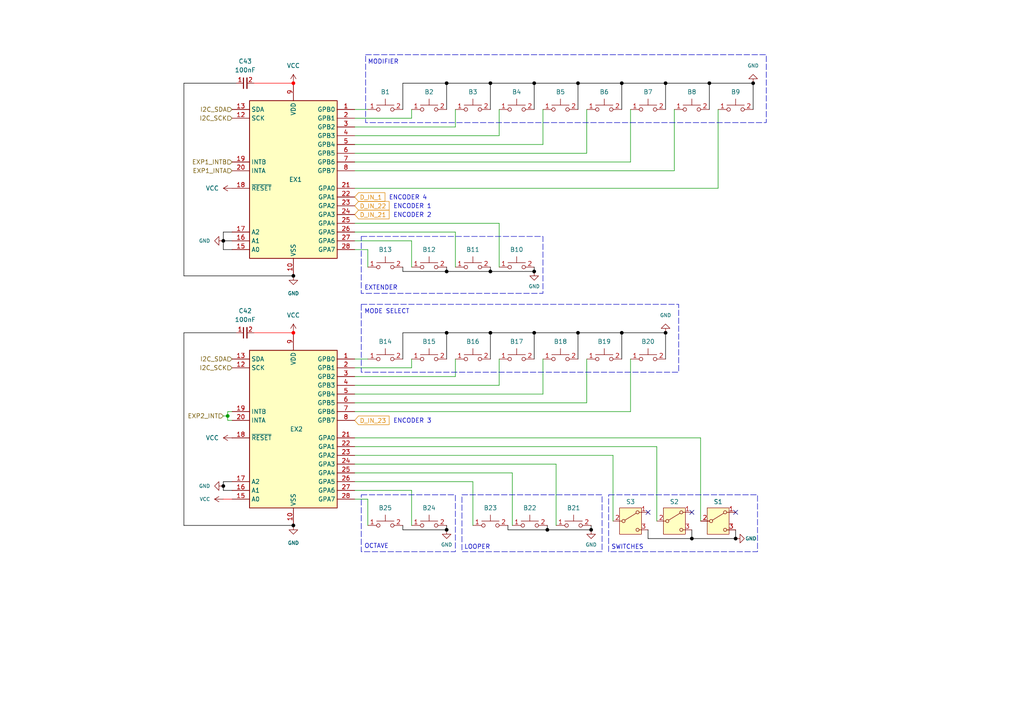
<source format=kicad_sch>
(kicad_sch (version 20250114) (generator "eeschema") (generator_version "9.0")
  (paper "A4")
  (lib_symbols
    (symbol "Symbols:Capacitor 0603"
      (property "Reference" "C" (at -3.048 0 90))
      (symbol "Capacitor 0603_0_1"
        (polyline (pts (xy -1.524 0.508) (xy 1.524 0.508)) (stroke (width 0.3048)))
        (polyline (pts (xy -1.524 -0.508) (xy 1.524 -0.508)) (stroke (width 0.3302)))
      )
      (symbol "Capacitor 0603_1_1"
        (pin passive line (at 0 2.54 270) (length 2.032) (name "~") (number "1"))
        (pin passive line (at 0 -2.54 90) (length 2.032) (name "~") (number "2"))
      )
    )
    (symbol "Symbols:GND" (power) (pin_numbers (hide yes)) (pin_names (hide yes))
      (property "Value" "GND" (at 0 -3.302 0))
      (symbol "GND_0_1"
        (polyline (pts (xy 0 0) (xy 0 -1.27) (xy 1.27 -1.27) (xy 0 -2.54) (xy -1.27 -1.27) (xy 0 -1.27)))
      )
      (symbol "GND_1_1"
        (pin power_in line (at 0 0 270) (length 0) (name "~") (number ""))
      )
    )
    (symbol "Symbols:MCP23017 Expander"
      (property "Reference" "U" (at 0 0 0))
      (symbol "MCP23017 Expander_0_1"
        (rectangle (start -12.7 22.86) (end 12.7 -22.86) (stroke (width 0.254)) (fill (type background)))
      )
      (symbol "MCP23017 Expander_1_1"
        (pin bidirectional line (at -17.78 20.32 0) (length 5.08) (name "SDA") (number "13"))
        (pin input line (at -17.78 17.78 0) (length 5.08) (name "SCK") (number "12"))
        (pin tri_state line (at -17.78 5.08 0) (length 5.08) (name "INTB") (number "19"))
        (pin tri_state line (at -17.78 2.54 0) (length 5.08) (name "INTA") (number "20"))
        (pin input line (at -17.78 -2.54 0) (length 5.08) (name "~{RESET}") (number "18"))
        (pin input line (at -17.78 -15.24 0) (length 5.08) (name "A2") (number "17"))
        (pin input line (at -17.78 -17.78 0) (length 5.08) (name "A1") (number "16"))
        (pin input line (at -17.78 -20.32 0) (length 5.08) (name "A0") (number "15"))
        (pin no_connect line (at -12.7 15.24 0) (length 5.08) (hide yes) (name "NC") (number "11"))
        (pin no_connect line (at -12.7 12.7 0) (length 5.08) (hide yes) (name "NC") (number "14"))
        (pin power_in line (at 0 27.94 270) (length 5.08) (name "VDD") (number "9"))
        (pin power_in line (at 0 -27.94 90) (length 5.08) (name "VSS") (number "10"))
        (pin bidirectional line (at 17.78 20.32 180) (length 5.08) (name "GPB0") (number "1"))
        (pin bidirectional line (at 17.78 17.78 180) (length 5.08) (name "GPB1") (number "2"))
        (pin bidirectional line (at 17.78 15.24 180) (length 5.08) (name "GPB2") (number "3"))
        (pin bidirectional line (at 17.78 12.7 180) (length 5.08) (name "GPB3") (number "4"))
        (pin bidirectional line (at 17.78 10.16 180) (length 5.08) (name "GPB4") (number "5"))
        (pin bidirectional line (at 17.78 7.62 180) (length 5.08) (name "GPB5") (number "6"))
        (pin bidirectional line (at 17.78 5.08 180) (length 5.08) (name "GPB6") (number "7"))
        (pin output line (at 17.78 2.54 180) (length 5.08) (name "GPB7") (number "8"))
        (pin bidirectional line (at 17.78 -2.54 180) (length 5.08) (name "GPA0") (number "21"))
        (pin bidirectional line (at 17.78 -5.08 180) (length 5.08) (name "GPA1") (number "22"))
        (pin bidirectional line (at 17.78 -7.62 180) (length 5.08) (name "GPA2") (number "23"))
        (pin bidirectional line (at 17.78 -10.16 180) (length 5.08) (name "GPA3") (number "24"))
        (pin bidirectional line (at 17.78 -12.7 180) (length 5.08) (name "GPA4") (number "25"))
        (pin bidirectional line (at 17.78 -15.24 180) (length 5.08) (name "GPA5") (number "26"))
        (pin bidirectional line (at 17.78 -17.78 180) (length 5.08) (name "GPA6") (number "27"))
        (pin output line (at 17.78 -20.32 180) (length 5.08) (name "GPA7") (number "28"))
      )
    )
    (symbol "Symbols:Push_Switch"
      (property "Reference" "B" (at 0 0 0))
      (symbol "Push_Switch_0_1"
        (circle (center -2.032 0) (radius 0.508))
        (polyline (pts (xy 0 1.27) (xy 0 3.048)))
        (circle (center 2.032 0) (radius 0.508))
        (polyline (pts (xy 2.54 1.27) (xy -2.54 1.27)))
      )
      (symbol "Push_Switch_1_1"
        (pin passive line (at -5.08 0 0) (length 2.54) (name "") (number "1"))
        (pin passive line (at 5.08 0 180) (length 2.54) (name "") (number "2"))
      )
    )
    (symbol "Symbols:Switch"
      (property "Reference" "S" (at 0 0 0))
      (symbol "Switch_0_1"
        (circle (center -2.032 0) (radius 0.4572))
        (polyline (pts (xy -1.651 0.254) (xy 1.651 2.286)))
        (circle (center 2.032 2.54) (radius 0.4572))
        (circle (center 2.032 -2.54) (radius 0.4572))
      )
      (symbol "Switch_1_1"
        (rectangle (start -3.175 3.81) (end 3.175 -3.81) (fill (type background)))
        (pin passive line (at -5.08 0 0) (length 2.54) (name "") (number "2"))
        (pin passive line (at 5.08 2.54 180) (length 2.54) (name "") (number "1"))
        (pin passive line (at 5.08 -2.54 180) (length 2.54) (name "") (number "3"))
      )
    )
    (symbol "Symbols:VCC" (power) (pin_numbers (hide yes)) (pin_names (hide yes))
      (property "Value" "VCC" (at 0 3.81 0))
      (symbol "VCC_0_1"
        (polyline (pts (xy -0.762 1.27) (xy 0 2.54)))
        (polyline (pts (xy 0 2.54) (xy 0.762 1.27)))
        (polyline (pts (xy 0 0) (xy 0 2.54)))
      )
      (symbol "VCC_1_1"
        (pin power_in line (at 0 0 90) (length 0) (name "~") (number ""))
      )
    )
    (symbol "power:VCC" (power) (pin_numbers (hide yes)) (pin_names (offset 0) (hide yes))
      (property "Value" "VCC" (at 0 3.556 0))
      (symbol "VCC_0_1"
        (polyline (pts (xy -0.762 1.27) (xy 0 2.54)))
        (polyline (pts (xy 0 2.54) (xy 0.762 1.27)))
        (polyline (pts (xy 0 0) (xy 0 2.54)))
      )
      (symbol "VCC_1_1"
        (pin power_in line (at 0 0 90) (length 0) (name "~") (number "1"))
      )
    )
  )
  (rectangle (start 176.53 143.51) (end 219.71 160.02) (stroke (width 0) (type dash)))
  (rectangle (start 106.045 15.875) (end 222.25 35.56) (stroke (width 0) (type dash)))
  (rectangle (start 104.775 68.58) (end 157.48 85.09) (stroke (width 0) (type dash)))
  (rectangle (start 133.985 143.51) (end 174.625 160.02) (stroke (width 0) (type dash)))
  (rectangle (start 104.775 143.51) (end 132.08 160.02) (stroke (width 0) (type dash)))
  (rectangle (start 104.775 88.265) (end 196.85 107.95) (stroke (width 0) (type dash)))
  (text "ENCODER 1" (at 114.046 59.944 0) (effects (font (size 1.27 1.27)) (justify left)))
  (text "LOOPER" (at 134.62 158.75 0) (effects (font (size 1.27 1.27)) (justify left)))
  (text "MODIFIER" (at 106.68 18.034 0) (effects (font (size 1.27 1.27)) (justify left)))
  (text "MODE SELECT" (at 105.664 90.424 0) (effects (font (size 1.27 1.27)) (justify left)))
  (text "ENCODER 4" (at 112.776 57.404 0) (effects (font (size 1.27 1.27)) (justify left)))
  (text "EXTENDER" (at 105.664 83.566 0) (effects (font (size 1.27 1.27)) (justify left)))
  (text "SWITCHES" (at 177.292 158.75 0) (effects (font (size 1.27 1.27)) (justify left)))
  (text "ENCODER 2" (at 114.046 62.484 0) (effects (font (size 1.27 1.27)) (justify left)))
  (text "ENCODER 3" (at 114.046 122.174 0) (effects (font (size 1.27 1.27)) (justify left)))
  (text "OCTAVE" (at 105.664 158.496 0) (effects (font (size 1.27 1.27)) (justify left)))
  (junction (at 154.94 24.13) (color 0 0 0 1))
  (junction (at 154.94 96.52) (color 0 0 0 1))
  (junction (at 167.64 96.52) (color 0 0 0 1))
  (junction (at 129.54 153.67) (color 0 0 0 1))
  (junction (at 85.09 152.4) (color 0 0 0 1))
  (junction (at 180.34 96.52) (color 0 0 0 1))
  (junction (at 142.24 78.74) (color 0 0 0 1))
  (junction (at 85.09 24.13) (color 255 0 0 1))
  (junction (at 142.24 96.52) (color 0 0 0 1))
  (junction (at 142.24 24.13) (color 0 0 0 1))
  (junction (at 218.44 24.13) (color 0 0 0 1))
  (junction (at 193.04 24.13) (color 0 0 0 1))
  (junction (at 167.64 24.13) (color 0 0 0 1))
  (junction (at 64.77 140.97) (color 0 0 0 1))
  (junction (at 205.74 24.13) (color 0 0 0 1))
  (junction (at 180.34 24.13) (color 0 0 0 1))
  (junction (at 129.54 96.52) (color 0 0 0 1))
  (junction (at 66.04 120.65))
  (junction (at 200.66 156.21) (color 0 0 0 1))
  (junction (at 154.94 78.74) (color 0 0 0 1))
  (junction (at 171.45 153.67) (color 0 0 0 1))
  (junction (at 85.09 80.01) (color 0 0 0 1))
  (junction (at 129.54 24.13) (color 0 0 0 1))
  (junction (at 193.04 96.52) (color 0 0 0 1))
  (junction (at 64.77 69.85) (color 0 0 0 1))
  (junction (at 85.09 96.52) (color 255 0 0 1))
  (junction (at 129.54 78.74) (color 0 0 0 1))
  (junction (at 213.36 156.21) (color 0 0 0 1))
  (junction (at 158.75 153.67) (color 0 0 0 1))
  (no_connect (at 213.36 148.59))
  (no_connect (at 200.66 148.59))
  (no_connect (at 187.96 148.59))
  (wire (pts (xy 102.87 49.53) (xy 195.58 49.53)))
  (wire (pts (xy 129.54 24.13) (xy 129.54 31.75)) (stroke (width 0) (color 0 0 0 1)))
  (wire (pts (xy 102.87 144.78) (xy 106.68 144.78)))
  (wire (pts (xy 64.77 140.97) (xy 64.77 142.24)) (stroke (width 0) (color 0 0 0 1)))
  (wire (pts (xy 116.84 152.4) (xy 116.84 153.67)) (stroke (width 0) (color 0 0 0 1)))
  (wire (pts (xy 102.87 109.22) (xy 132.08 109.22)))
  (wire (pts (xy 142.24 96.52) (xy 142.24 104.14)) (stroke (width 0) (color 0 0 0 1)))
  (wire (pts (xy 102.87 114.3) (xy 157.48 114.3)))
  (wire (pts (xy 208.28 54.61) (xy 208.28 31.75)))
  (wire (pts (xy 53.34 96.52) (xy 53.34 152.4)) (stroke (width 0) (color 0 0 0 1)))
  (wire (pts (xy 102.87 72.39) (xy 106.68 72.39)))
  (wire (pts (xy 205.74 24.13) (xy 205.74 31.75)) (stroke (width 0) (color 0 0 0 1)))
  (wire (pts (xy 193.04 96.52) (xy 193.04 104.14)) (stroke (width 0) (color 0 0 0 1)))
  (wire (pts (xy 102.87 34.29) (xy 119.38 34.29)))
  (wire (pts (xy 157.48 41.91) (xy 157.48 31.75)))
  (wire (pts (xy 167.64 96.52) (xy 180.34 96.52)) (stroke (width 0) (color 0 0 0 1)))
  (wire (pts (xy 144.78 64.77) (xy 144.78 77.47)))
  (wire (pts (xy 66.04 120.65) (xy 66.04 121.92)))
  (wire (pts (xy 106.68 72.39) (xy 106.68 77.47)))
  (wire (pts (xy 85.09 24.13) (xy 73.66 24.13)) (stroke (width 0) (color 255 0 0 1)))
  (wire (pts (xy 67.31 119.38) (xy 66.04 119.38)))
  (wire (pts (xy 116.84 24.13) (xy 129.54 24.13)) (stroke (width 0) (color 0 0 0 1)))
  (wire (pts (xy 203.2 127) (xy 203.2 151.13)))
  (wire (pts (xy 187.96 153.67) (xy 187.96 156.21)) (stroke (width 0) (color 0 0 0 1)))
  (wire (pts (xy 190.5 129.54) (xy 190.5 151.13)))
  (wire (pts (xy 64.77 67.31) (xy 64.77 69.85)) (stroke (width 0) (color 0 0 0 1)))
  (wire (pts (xy 154.94 77.47) (xy 154.94 78.74)) (stroke (width 0) (color 0 0 0 1)))
  (wire (pts (xy 171.45 152.4) (xy 171.45 153.67)) (stroke (width 0) (color 0 0 0 1)))
  (wire (pts (xy 68.58 96.52) (xy 53.34 96.52)) (stroke (width 0) (color 0 0 0 1)))
  (wire (pts (xy 132.08 67.31) (xy 132.08 77.47)))
  (wire (pts (xy 182.88 46.99) (xy 182.88 31.75)))
  (wire (pts (xy 64.77 144.78) (xy 67.31 144.78)) (stroke (width 0) (color 255 0 0 1)))
  (wire (pts (xy 182.88 119.38) (xy 182.88 104.14)))
  (wire (pts (xy 129.54 77.47) (xy 129.54 78.74)) (stroke (width 0) (color 0 0 0 1)))
  (wire (pts (xy 116.84 104.14) (xy 116.84 96.52)) (stroke (width 0) (color 0 0 0 1)))
  (wire (pts (xy 154.94 96.52) (xy 154.94 104.14)) (stroke (width 0) (color 0 0 0 1)))
  (wire (pts (xy 102.87 46.99) (xy 182.88 46.99)))
  (wire (pts (xy 64.77 69.85) (xy 64.77 72.39)) (stroke (width 0) (color 0 0 0 1)))
  (wire (pts (xy 154.94 24.13) (xy 154.94 31.75)) (stroke (width 0) (color 0 0 0 1)))
  (wire (pts (xy 66.04 119.38) (xy 66.04 120.65)))
  (wire (pts (xy 132.08 36.83) (xy 132.08 31.75)))
  (wire (pts (xy 53.34 24.13) (xy 53.34 80.01)) (stroke (width 0) (color 0 0 0 1)))
  (wire (pts (xy 200.66 153.67) (xy 200.66 156.21)) (stroke (width 0) (color 0 0 0 1)))
  (wire (pts (xy 218.44 24.13) (xy 218.44 31.75)) (stroke (width 0) (color 0 0 0 1)))
  (wire (pts (xy 64.77 67.31) (xy 67.31 67.31)) (stroke (width 0) (color 0 0 0 1)))
  (wire (pts (xy 116.84 77.47) (xy 116.84 78.74)) (stroke (width 0) (color 0 0 0 1)))
  (wire (pts (xy 119.38 34.29) (xy 119.38 31.75)))
  (wire (pts (xy 195.58 49.53) (xy 195.58 31.75)))
  (wire (pts (xy 64.77 69.85) (xy 67.31 69.85)) (stroke (width 0) (color 0 0 0 1)))
  (wire (pts (xy 154.94 78.74) (xy 142.24 78.74)) (stroke (width 0) (color 0 0 0 1)))
  (wire (pts (xy 106.68 144.78) (xy 106.68 152.4)))
  (wire (pts (xy 200.66 156.21) (xy 213.36 156.21)) (stroke (width 0) (color 0 0 0 1)))
  (wire (pts (xy 180.34 24.13) (xy 193.04 24.13)) (stroke (width 0) (color 0 0 0 1)))
  (wire (pts (xy 102.87 119.38) (xy 182.88 119.38)))
  (wire (pts (xy 53.34 80.01) (xy 85.09 80.01)) (stroke (width 0) (color 0 0 0 1)))
  (wire (pts (xy 142.24 24.13) (xy 142.24 31.75)) (stroke (width 0) (color 0 0 0 1)))
  (wire (pts (xy 157.48 114.3) (xy 157.48 104.14)))
  (wire (pts (xy 102.87 139.7) (xy 137.16 139.7)))
  (wire (pts (xy 147.32 152.4) (xy 147.32 153.67)) (stroke (width 0) (color 0 0 0 1)))
  (wire (pts (xy 158.75 153.67) (xy 147.32 153.67)) (stroke (width 0) (color 0 0 0 1)))
  (wire (pts (xy 129.54 24.13) (xy 142.24 24.13)) (stroke (width 0) (color 0 0 0 1)))
  (wire (pts (xy 142.24 78.74) (xy 129.54 78.74)) (stroke (width 0) (color 0 0 0 1)))
  (wire (pts (xy 205.74 24.13) (xy 218.44 24.13)) (stroke (width 0) (color 0 0 0 1)))
  (wire (pts (xy 102.87 111.76) (xy 144.78 111.76)))
  (wire (pts (xy 119.38 106.68) (xy 119.38 104.14)))
  (wire (pts (xy 53.34 152.4) (xy 85.09 152.4)) (stroke (width 0) (color 0 0 0 1)))
  (wire (pts (xy 102.87 132.08) (xy 177.8 132.08)))
  (wire (pts (xy 167.64 24.13) (xy 180.34 24.13)) (stroke (width 0) (color 0 0 0 1)))
  (wire (pts (xy 102.87 54.61) (xy 208.28 54.61)))
  (wire (pts (xy 64.77 142.24) (xy 67.31 142.24)) (stroke (width 0) (color 0 0 0 1)))
  (wire (pts (xy 116.84 78.74) (xy 129.54 78.74)) (stroke (width 0) (color 0 0 0 1)))
  (wire (pts (xy 158.75 152.4) (xy 158.75 153.67)) (stroke (width 0) (color 0 0 0 1)))
  (wire (pts (xy 177.8 132.08) (xy 177.8 151.13)))
  (wire (pts (xy 129.54 96.52) (xy 129.54 104.14)) (stroke (width 0) (color 0 0 0 1)))
  (wire (pts (xy 102.87 104.14) (xy 106.68 104.14)))
  (wire (pts (xy 102.87 67.31) (xy 132.08 67.31)))
  (wire (pts (xy 170.18 44.45) (xy 170.18 31.75)))
  (wire (pts (xy 180.34 96.52) (xy 193.04 96.52)) (stroke (width 0) (color 0 0 0 1)))
  (wire (pts (xy 129.54 153.67) (xy 116.84 153.67)) (stroke (width 0) (color 0 0 0 1)))
  (wire (pts (xy 66.04 121.92) (xy 67.31 121.92)))
  (wire (pts (xy 67.31 139.7) (xy 64.77 139.7)) (stroke (width 0) (color 0 0 0 1)))
  (wire (pts (xy 144.78 111.76) (xy 144.78 104.14)))
  (wire (pts (xy 193.04 24.13) (xy 205.74 24.13)) (stroke (width 0) (color 0 0 0 1)))
  (wire (pts (xy 102.87 36.83) (xy 132.08 36.83)))
  (wire (pts (xy 148.59 137.16) (xy 148.59 152.4)))
  (wire (pts (xy 154.94 96.52) (xy 167.64 96.52)) (stroke (width 0) (color 0 0 0 1)))
  (wire (pts (xy 102.87 69.85) (xy 119.38 69.85)))
  (wire (pts (xy 137.16 139.7) (xy 137.16 152.4)))
  (wire (pts (xy 193.04 24.13) (xy 193.04 31.75)) (stroke (width 0) (color 0 0 0 1)))
  (wire (pts (xy 102.87 44.45) (xy 170.18 44.45)))
  (wire (pts (xy 102.87 116.84) (xy 170.18 116.84)))
  (wire (pts (xy 102.87 127) (xy 203.2 127)))
  (wire (pts (xy 85.09 96.52) (xy 73.66 96.52)) (stroke (width 0) (color 255 0 0 1)))
  (wire (pts (xy 187.96 156.21) (xy 200.66 156.21)) (stroke (width 0) (color 0 0 0 1)))
  (wire (pts (xy 129.54 96.52) (xy 142.24 96.52)) (stroke (width 0) (color 0 0 0 1)))
  (wire (pts (xy 142.24 77.47) (xy 142.24 78.74)) (stroke (width 0) (color 0 0 0 1)))
  (wire (pts (xy 171.45 153.67) (xy 158.75 153.67)) (stroke (width 0) (color 0 0 0 1)))
  (wire (pts (xy 170.18 116.84) (xy 170.18 104.14)))
  (wire (pts (xy 102.87 64.77) (xy 144.78 64.77)))
  (wire (pts (xy 102.87 142.24) (xy 119.38 142.24)))
  (wire (pts (xy 142.24 96.52) (xy 154.94 96.52)) (stroke (width 0) (color 0 0 0 1)))
  (wire (pts (xy 180.34 96.52) (xy 180.34 104.14)) (stroke (width 0) (color 0 0 0 1)))
  (wire (pts (xy 64.77 72.39) (xy 67.31 72.39)) (stroke (width 0) (color 0 0 0 1)))
  (wire (pts (xy 116.84 96.52) (xy 129.54 96.52)) (stroke (width 0) (color 0 0 0 1)))
  (wire (pts (xy 102.87 134.62) (xy 161.29 134.62)))
  (wire (pts (xy 154.94 24.13) (xy 167.64 24.13)) (stroke (width 0) (color 0 0 0 1)))
  (wire (pts (xy 102.87 41.91) (xy 157.48 41.91)))
  (wire (pts (xy 102.87 137.16) (xy 148.59 137.16)))
  (wire (pts (xy 180.34 24.13) (xy 180.34 31.75)) (stroke (width 0) (color 0 0 0 1)))
  (wire (pts (xy 116.84 31.75) (xy 116.84 24.13)) (stroke (width 0) (color 0 0 0 1)))
  (wire (pts (xy 102.87 31.75) (xy 106.68 31.75)))
  (wire (pts (xy 144.78 39.37) (xy 144.78 31.75)))
  (wire (pts (xy 102.87 129.54) (xy 190.5 129.54)))
  (wire (pts (xy 102.87 39.37) (xy 144.78 39.37)))
  (wire (pts (xy 119.38 69.85) (xy 119.38 77.47)))
  (wire (pts (xy 119.38 142.24) (xy 119.38 152.4)))
  (wire (pts (xy 213.36 153.67) (xy 213.36 156.21)) (stroke (width 0) (color 0 0 0 1)))
  (wire (pts (xy 132.08 109.22) (xy 132.08 104.14)))
  (wire (pts (xy 102.87 106.68) (xy 119.38 106.68)))
  (wire (pts (xy 167.64 31.75) (xy 167.64 24.13)) (stroke (width 0) (color 0 0 0 1)))
  (wire (pts (xy 68.58 24.13) (xy 53.34 24.13)) (stroke (width 0) (color 0 0 0 1)))
  (wire (pts (xy 64.77 139.7) (xy 64.77 140.97)) (stroke (width 0) (color 0 0 0 1)))
  (wire (pts (xy 167.64 104.14) (xy 167.64 96.52)) (stroke (width 0) (color 0 0 0 1)))
  (wire (pts (xy 64.77 120.65) (xy 66.04 120.65)))
  (wire (pts (xy 129.54 152.4) (xy 129.54 153.67)) (stroke (width 0) (color 0 0 0 1)))
  (wire (pts (xy 161.29 134.62) (xy 161.29 152.4)))
  (wire (pts (xy 142.24 24.13) (xy 154.94 24.13)) (stroke (width 0) (color 0 0 0 1)))
  (global_label "D_IN_1" (shape input) (at 102.87 57.15 0) (property "Intersheetrefs" "${INTERSHEET_REFS}" (effects (hide yes))))
  (global_label "D_IN_22" (shape input) (at 102.87 59.69 0) (property "Intersheetrefs" "${INTERSHEET_REFS}" (effects (hide yes))))
  (global_label "D_IN_23" (shape input) (at 102.87 121.92 0) (property "Intersheetrefs" "${INTERSHEET_REFS}" (effects (hide yes))))
  (global_label "D_IN_21" (shape input) (at 102.87 62.23 0) (property "Intersheetrefs" "${INTERSHEET_REFS}" (effects (hide yes))))
  (hierarchical_label "EXP1_INTA" (shape input) (at 67.31 49.53 180))
  (hierarchical_label "EXP2_INT" (shape input) (at 64.77 120.65 180))
  (hierarchical_label "I2C_SDA" (shape input) (at 67.31 31.75 180))
  (hierarchical_label "I2C_SDA" (shape input) (at 67.31 104.14 180))
  (hierarchical_label "EXP1_INTB" (shape input) (at 67.31 46.99 180))
  (hierarchical_label "I2C_SCK" (shape input) (at 67.31 34.29 180))
  (hierarchical_label "I2C_SCK" (shape input) (at 67.31 106.68 180))
  (symbol (lib_id "Symbols:Push_Switch") (at 111.76 104.14 0) (unit 1)
    (property "Reference" "B14" (at 111.76 99.06 0))
    (property "Footprint" "Footprints:Mechanical Switch" (effects (hide yes)))
  )
  (symbol (lib_id "Symbols:Push_Switch") (at 175.26 31.75 0) (unit 1)
    (property "Reference" "B6" (at 175.26 26.67 0))
    (property "Footprint" "Footprints:Mechanical Switch" (effects (hide yes)))
  )
  (symbol (lib_id "Symbols:Capacitor 0603") (at 71.12 24.13 90) (unit 1)
    (property "Reference" "C43" (at 71.1263 17.78 90))
    (property "Value" "100nF" (at 71.1263 20.32 90))
    (property "Footprint" "Footprints:0603_C" (effects (hide yes)))
  )
  (symbol (lib_id "Symbols:GND") (at 85.09 80.01 0) (unit 1)
    (property "Reference" "#PWR0122" (effects (hide yes)))
    (property "Value" "GND" (at 85.09 85.09 0) (effects (font (size 1.016 1.016))))
  )
  (symbol (lib_id "Symbols:MCP23017 Expander") (at 85.09 124.46 0) (unit 1)
    (property "Reference" "EX2" (at 84.074 124.46 0) (effects (justify left)))
    (property "Footprint" "Footprints:MCP23017 GPIO Expander" (effects (hide yes)))
  )
  (symbol (lib_id "power:VCC") (at 85.09 24.13 0) (unit 1)
    (property "Reference" "#PWR0121" (effects (hide yes)))
    (property "Value" "VCC" (at 85.09 19.05 0))
    (property "Description" "Power symbol creates a global label with name \"VCC\"" (effects (hide yes)))
  )
  (symbol (lib_id "Symbols:GND") (at 218.44 24.13 180) (unit 1)
    (property "Reference" "#PWR0106" (effects (hide yes)))
    (property "Value" "GND" (at 218.44 19.05 0) (effects (font (size 1.016 1.016))))
  )
  (symbol (lib_id "Symbols:Push_Switch") (at 153.67 152.4 0) (unit 1)
    (property "Reference" "B22" (at 153.67 147.32 0))
    (property "Footprint" "Footprints:Mechanical Switch" (effects (hide yes)))
  )
  (symbol (lib_id "Symbols:Switch") (at 182.88 151.13 0) (unit 1)
    (property "Reference" "S3" (at 182.88 145.542 0))
    (property "Footprint" "Footprints:MTS-102 Switch" (effects (hide yes)))
  )
  (symbol (lib_id "Symbols:Switch") (at 195.58 151.13 0) (unit 1)
    (property "Reference" "S2" (at 195.58 145.542 0))
    (property "Footprint" "Footprints:MTS-102 Switch" (effects (hide yes)))
  )
  (symbol (lib_id "power:VCC") (at 67.31 127 90) (unit 1)
    (property "Reference" "#PWR0123" (effects (hide yes)))
    (property "Value" "VCC" (at 63.5 126.9999 90) (effects (justify left)))
    (property "Description" "Power symbol creates a global label with name \"VCC\"" (effects (hide yes)))
  )
  (symbol (lib_id "power:VCC") (at 67.31 54.61 90) (unit 1)
    (property "Reference" "#PWR0118" (effects (hide yes)))
    (property "Value" "VCC" (at 63.5 54.6099 90) (effects (justify left)))
    (property "Description" "Power symbol creates a global label with name \"VCC\"" (effects (hide yes)))
  )
  (symbol (lib_id "Symbols:Push_Switch") (at 124.46 104.14 0) (unit 1)
    (property "Reference" "B15" (at 124.46 99.06 0))
    (property "Footprint" "Footprints:Mechanical Switch" (effects (hide yes)))
  )
  (symbol (lib_id "Symbols:Push_Switch") (at 111.76 152.4 0) (unit 1)
    (property "Reference" "B25" (at 111.76 147.32 0))
    (property "Footprint" "Footprints:Mechanical Switch" (effects (hide yes)))
  )
  (symbol (lib_id "Symbols:Push_Switch") (at 142.24 152.4 0) (unit 1)
    (property "Reference" "B23" (at 142.24 147.32 0))
    (property "Footprint" "Footprints:Mechanical Switch" (effects (hide yes)))
  )
  (symbol (lib_id "Symbols:Push_Switch") (at 187.96 31.75 0) (unit 1)
    (property "Reference" "B7" (at 187.96 26.67 0))
    (property "Footprint" "Footprints:Mechanical Switch" (effects (hide yes)))
  )
  (symbol (lib_id "Symbols:Push_Switch") (at 187.96 104.14 0) (unit 1)
    (property "Reference" "B20" (at 187.96 99.06 0))
    (property "Footprint" "Footprints:Mechanical Switch" (effects (hide yes)))
  )
  (symbol (lib_id "Symbols:Push_Switch") (at 162.56 104.14 0) (unit 1)
    (property "Reference" "B18" (at 162.56 99.06 0))
    (property "Footprint" "Footprints:Mechanical Switch" (effects (hide yes)))
  )
  (symbol (lib_id "Symbols:VCC") (at 64.77 144.78 90) (unit 1)
    (property "Reference" "#PWR0116" (effects (hide yes)))
    (property "Value" "VCC" (at 60.96 144.7799 90) (effects (font (size 1.016 1.016)) (justify left)))
  )
  (symbol (lib_id "Symbols:Push_Switch") (at 137.16 104.14 0) (unit 1)
    (property "Reference" "B16" (at 137.16 99.06 0))
    (property "Footprint" "Footprints:Mechanical Switch" (effects (hide yes)))
  )
  (symbol (lib_id "Symbols:Push_Switch") (at 149.86 77.47 0) (unit 1)
    (property "Reference" "B10" (at 149.86 72.39 0))
    (property "Footprint" "Footprints:Mechanical Switch" (effects (hide yes)))
  )
  (symbol (lib_id "Symbols:GND") (at 213.36 156.21 90) (unit 1)
    (property "Reference" "#PWR0112" (effects (hide yes)))
    (property "Value" "GND" (at 216.154 156.21 90) (effects (font (size 1.016 1.016)) (justify right)))
  )
  (symbol (lib_id "Symbols:GND") (at 85.09 152.4 0) (unit 1)
    (property "Reference" "#PWR0120" (effects (hide yes)))
    (property "Value" "GND" (at 85.09 157.48 0) (effects (font (size 1.016 1.016))))
  )
  (symbol (lib_id "Symbols:Push_Switch") (at 213.36 31.75 0) (unit 1)
    (property "Reference" "B9" (at 213.36 26.67 0))
    (property "Footprint" "Footprints:Mechanical Switch" (effects (hide yes)))
  )
  (symbol (lib_id "Symbols:GND") (at 129.54 153.67 0) (unit 1)
    (property "Reference" "#PWR0109" (effects (hide yes)))
    (property "Value" "GND" (at 129.54 157.988 0) (effects (font (size 1.016 1.016))))
  )
  (symbol (lib_id "Symbols:GND") (at 193.04 96.52 180) (unit 1)
    (property "Reference" "#PWR0111" (effects (hide yes)))
    (property "Value" "GND" (at 193.04 91.44 0) (effects (font (size 1.016 1.016))))
  )
  (symbol (lib_id "Symbols:MCP23017 Expander") (at 85.09 52.07 0) (unit 1)
    (property "Reference" "EX1" (at 83.82 52.07 0) (effects (justify left)))
    (property "Footprint" "Footprints:MCP23017 GPIO Expander" (effects (hide yes)))
  )
  (symbol (lib_id "Symbols:GND") (at 64.77 140.97 270) (unit 1)
    (property "Reference" "#PWR0115" (effects (hide yes)))
    (property "Value" "GND" (at 60.96 140.9699 90) (effects (font (size 1.016 1.016)) (justify right)))
  )
  (symbol (lib_id "Symbols:Push_Switch") (at 137.16 77.47 0) (unit 1)
    (property "Reference" "B11" (at 137.16 72.39 0))
    (property "Footprint" "Footprints:Mechanical Switch" (effects (hide yes)))
  )
  (symbol (lib_id "power:VCC") (at 85.09 96.52 0) (unit 1)
    (property "Reference" "#PWR0119" (effects (hide yes)))
    (property "Value" "VCC" (at 85.09 91.44 0))
    (property "Description" "Power symbol creates a global label with name \"VCC\"" (effects (hide yes)))
  )
  (symbol (lib_id "Symbols:Push_Switch") (at 111.76 31.75 0) (unit 1)
    (property "Reference" "B1" (at 111.76 26.67 0))
    (property "Footprint" "Footprints:Mechanical Switch" (effects (hide yes)))
  )
  (symbol (lib_id "Symbols:Push_Switch") (at 124.46 31.75 0) (unit 1)
    (property "Reference" "B2" (at 124.46 26.67 0))
    (property "Footprint" "Footprints:Mechanical Switch" (effects (hide yes)))
  )
  (symbol (lib_id "Symbols:GND") (at 171.45 153.67 0) (unit 1)
    (property "Reference" "#PWR0110" (effects (hide yes)))
    (property "Value" "GND" (at 171.45 157.988 0) (effects (font (size 1.016 1.016))))
  )
  (symbol (lib_id "Symbols:Push_Switch") (at 137.16 31.75 0) (unit 1)
    (property "Reference" "B3" (at 137.16 26.67 0))
    (property "Footprint" "Footprints:Mechanical Switch" (effects (hide yes)))
  )
  (symbol (lib_id "Symbols:GND") (at 64.77 69.85 270) (unit 1)
    (property "Reference" "#PWR0117" (effects (hide yes)))
    (property "Value" "GND" (at 60.96 69.8499 90) (effects (font (size 1.016 1.016)) (justify right)))
  )
  (symbol (lib_id "Symbols:Push_Switch") (at 111.76 77.47 0) (unit 1)
    (property "Reference" "B13" (at 111.76 72.39 0))
    (property "Footprint" "Footprints:Mechanical Switch" (effects (hide yes)))
  )
  (symbol (lib_id "Symbols:Capacitor 0603") (at 71.12 96.52 90) (unit 1)
    (property "Reference" "C42" (at 71.1263 90.17 90))
    (property "Value" "100nF" (at 71.1263 92.71 90))
    (property "Footprint" "Footprints:0603_C" (effects (hide yes)))
  )
  (symbol (lib_id "Symbols:Push_Switch") (at 149.86 31.75 0) (unit 1)
    (property "Reference" "B4" (at 149.86 26.67 0))
    (property "Footprint" "Footprints:Mechanical Switch" (effects (hide yes)))
  )
  (symbol (lib_id "Symbols:Push_Switch") (at 124.46 77.47 0) (unit 1)
    (property "Reference" "B12" (at 124.46 72.39 0))
    (property "Footprint" "Footprints:Mechanical Switch" (effects (hide yes)))
  )
  (symbol (lib_id "Symbols:Push_Switch") (at 124.46 152.4 0) (unit 1)
    (property "Reference" "B24" (at 124.46 147.32 0))
    (property "Footprint" "Footprints:Mechanical Switch" (effects (hide yes)))
  )
  (symbol (lib_id "Symbols:Push_Switch") (at 149.86 104.14 0) (unit 1)
    (property "Reference" "B17" (at 149.86 99.06 0))
    (property "Footprint" "Footprints:Mechanical Switch" (effects (hide yes)))
  )
  (symbol (lib_id "Symbols:Push_Switch") (at 200.66 31.75 0) (unit 1)
    (property "Reference" "B8" (at 200.66 26.67 0))
    (property "Footprint" "Footprints:Mechanical Switch" (effects (hide yes)))
  )
  (symbol (lib_id "Symbols:Push_Switch") (at 166.37 152.4 0) (unit 1)
    (property "Reference" "B21" (at 166.37 147.32 0))
    (property "Footprint" "Footprints:Mechanical Switch" (effects (hide yes)))
  )
  (symbol (lib_id "Symbols:Push_Switch") (at 162.56 31.75 0) (unit 1)
    (property "Reference" "B5" (at 162.56 26.67 0))
    (property "Footprint" "Footprints:Mechanical Switch" (effects (hide yes)))
  )
  (symbol (lib_id "Symbols:Switch") (at 208.28 151.13 0) (unit 1)
    (property "Reference" "S1" (at 208.28 145.542 0))
    (property "Footprint" "Footprints:MTS-102 Switch" (effects (hide yes)))
  )
  (symbol (lib_id "Symbols:Push_Switch") (at 175.26 104.14 0) (unit 1)
    (property "Reference" "B19" (at 175.26 99.06 0))
    (property "Footprint" "Footprints:Mechanical Switch" (effects (hide yes)))
  )
  (symbol (lib_id "Symbols:GND") (at 154.94 78.74 0) (unit 1)
    (property "Reference" "#PWR0108" (effects (hide yes)))
    (property "Value" "GND" (at 154.94 83.058 0) (effects (font (size 1.016 1.016))))
  )
)
</source>
